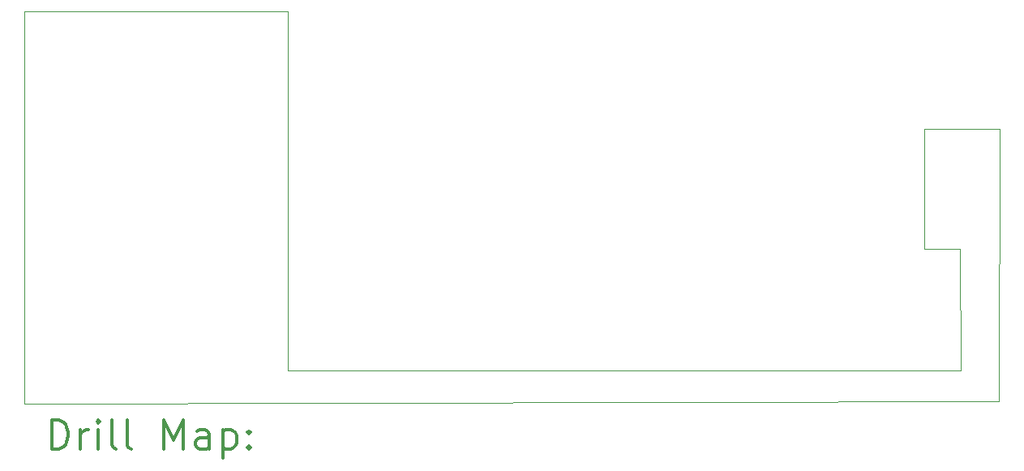
<source format=gbr>
%FSLAX45Y45*%
G04 Gerber Fmt 4.5, Leading zero omitted, Abs format (unit mm)*
G04 Created by KiCad (PCBNEW (5.1.12-1-10_14)) date 2022-08-29 01:00:31*
%MOMM*%
%LPD*%
G01*
G04 APERTURE LIST*
%TA.AperFunction,Profile*%
%ADD10C,0.050000*%
%TD*%
%ADD11C,0.200000*%
%ADD12C,0.300000*%
G04 APERTURE END LIST*
D10*
X8500000Y-4675000D02*
X11250000Y-4675000D01*
X9577500Y-4675000D02*
X9590000Y-4675000D01*
X9210000Y-4675000D02*
X9577500Y-4675000D01*
X9050000Y-4675000D02*
X8875000Y-4675000D01*
X11250000Y-4675000D02*
X9050000Y-4675000D01*
X11250000Y-8425000D02*
X11250000Y-4675000D01*
X18275000Y-8425000D02*
X11250000Y-8425000D01*
X18264000Y-7156650D02*
X18275000Y-8425000D01*
X17896600Y-7156650D02*
X18264000Y-7156650D01*
X17896700Y-5903200D02*
X17896600Y-7156650D01*
X18678300Y-5903200D02*
X17896700Y-5903200D01*
X18675000Y-8750000D02*
X18678300Y-5903200D01*
X8500000Y-8775000D02*
X18675000Y-8750000D01*
X8500000Y-4675000D02*
X8500000Y-8775000D01*
X9365350Y-4676000D02*
X8500000Y-4675000D01*
D11*
D12*
X8783928Y-9243214D02*
X8783928Y-8943214D01*
X8855357Y-8943214D01*
X8898214Y-8957500D01*
X8926786Y-8986072D01*
X8941071Y-9014643D01*
X8955357Y-9071786D01*
X8955357Y-9114643D01*
X8941071Y-9171786D01*
X8926786Y-9200357D01*
X8898214Y-9228929D01*
X8855357Y-9243214D01*
X8783928Y-9243214D01*
X9083928Y-9243214D02*
X9083928Y-9043214D01*
X9083928Y-9100357D02*
X9098214Y-9071786D01*
X9112500Y-9057500D01*
X9141071Y-9043214D01*
X9169643Y-9043214D01*
X9269643Y-9243214D02*
X9269643Y-9043214D01*
X9269643Y-8943214D02*
X9255357Y-8957500D01*
X9269643Y-8971786D01*
X9283928Y-8957500D01*
X9269643Y-8943214D01*
X9269643Y-8971786D01*
X9455357Y-9243214D02*
X9426786Y-9228929D01*
X9412500Y-9200357D01*
X9412500Y-8943214D01*
X9612500Y-9243214D02*
X9583928Y-9228929D01*
X9569643Y-9200357D01*
X9569643Y-8943214D01*
X9955357Y-9243214D02*
X9955357Y-8943214D01*
X10055357Y-9157500D01*
X10155357Y-8943214D01*
X10155357Y-9243214D01*
X10426786Y-9243214D02*
X10426786Y-9086072D01*
X10412500Y-9057500D01*
X10383928Y-9043214D01*
X10326786Y-9043214D01*
X10298214Y-9057500D01*
X10426786Y-9228929D02*
X10398214Y-9243214D01*
X10326786Y-9243214D01*
X10298214Y-9228929D01*
X10283928Y-9200357D01*
X10283928Y-9171786D01*
X10298214Y-9143214D01*
X10326786Y-9128929D01*
X10398214Y-9128929D01*
X10426786Y-9114643D01*
X10569643Y-9043214D02*
X10569643Y-9343214D01*
X10569643Y-9057500D02*
X10598214Y-9043214D01*
X10655357Y-9043214D01*
X10683928Y-9057500D01*
X10698214Y-9071786D01*
X10712500Y-9100357D01*
X10712500Y-9186072D01*
X10698214Y-9214643D01*
X10683928Y-9228929D01*
X10655357Y-9243214D01*
X10598214Y-9243214D01*
X10569643Y-9228929D01*
X10841071Y-9214643D02*
X10855357Y-9228929D01*
X10841071Y-9243214D01*
X10826786Y-9228929D01*
X10841071Y-9214643D01*
X10841071Y-9243214D01*
X10841071Y-9057500D02*
X10855357Y-9071786D01*
X10841071Y-9086072D01*
X10826786Y-9071786D01*
X10841071Y-9057500D01*
X10841071Y-9086072D01*
M02*

</source>
